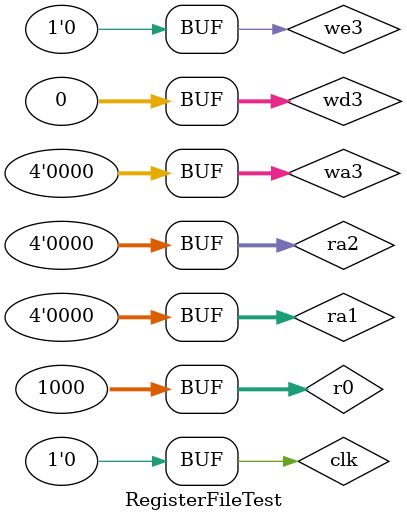
<source format=sv>
module RegisterFileTest();

	logic clk, we3;
	logic[3:0] ra1, ra2, wa3;
	logic[31:0] wd3, r0, rd1, rd2;

	RegisterFile DUT(clk, we3, ra1, ra2, wa3, wd3, r0, rd1, rd2);
	
	initial begin
		
		clk = 1'b0;
		we3 = 1'b0;
		ra1 = 4'b0;
		ra2 = 4'b0;
		wa3 = 4'b0;
		wd3 = 32'b0;
		r0 = 32'b0;
		
		#10;
		
		we3 = 1'b1;
		wa3 = 4'd1;
		wd3 = 32'd128;
		clk = 1'b1;
		
		#10;
		
		we3 = 1'b0;
		clk = 1'b0;
		
		#10;
		
		we3 = 1'b1;
		wa3 = 4'd2;
		wd3 = 32'd64;
		clk = 1'b1;
		
		#10;
		
		clk = 1'b0;
		we3 = 1'b0;
		wd3 = 32'b0;
		wa3 = 4'b0;
		
		#10;
		
		ra1 = 4'd1;
		ra2 = 4'd2;
		r0 = 32'd1000;
		
		#10;
		
		ra1 = 4'd0;
		ra2 = 4'd0;
		
		#10;
	
	end

endmodule 
</source>
